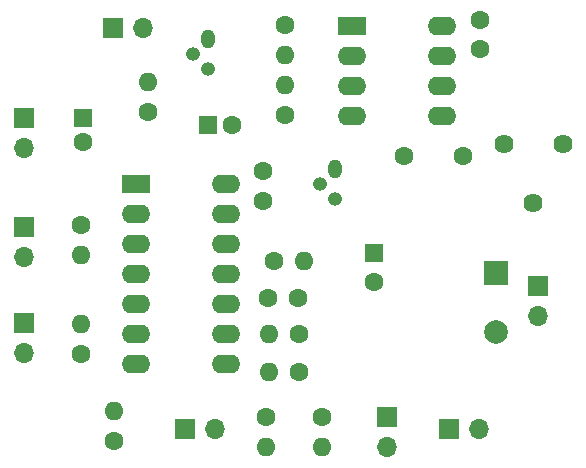
<source format=gbr>
%TF.GenerationSoftware,KiCad,Pcbnew,8.0.5*%
%TF.CreationDate,2024-10-07T08:20:55+01:00*%
%TF.ProjectId,GPS Rx PPS,47505320-5278-4205-9050-532e6b696361,0.1*%
%TF.SameCoordinates,Original*%
%TF.FileFunction,Soldermask,Bot*%
%TF.FilePolarity,Negative*%
%FSLAX46Y46*%
G04 Gerber Fmt 4.6, Leading zero omitted, Abs format (unit mm)*
G04 Created by KiCad (PCBNEW 8.0.5) date 2024-10-07 08:20:55*
%MOMM*%
%LPD*%
G01*
G04 APERTURE LIST*
%ADD10R,1.700000X1.700000*%
%ADD11O,1.700000X1.700000*%
%ADD12C,1.600000*%
%ADD13O,1.600000X1.600000*%
%ADD14O,1.200000X1.600000*%
%ADD15O,1.200000X1.200000*%
%ADD16R,1.600000X1.600000*%
%ADD17C,1.620000*%
%ADD18R,2.000000X2.000000*%
%ADD19C,2.000000*%
%ADD20R,2.400000X1.600000*%
%ADD21O,2.400000X1.600000*%
G04 APERTURE END LIST*
D10*
%TO.C,CON2*%
X122600000Y-99300000D03*
D11*
X122600000Y-101840000D03*
%TD*%
D10*
%TO.C,CON3*%
X122600000Y-107500000D03*
D11*
X122600000Y-110040000D03*
%TD*%
D12*
%TO.C,R6*%
X145845000Y-108400000D03*
D13*
X143305000Y-108400000D03*
%TD*%
D14*
%TO.C,Q2*%
X148915276Y-94414724D03*
D15*
X147645276Y-95684724D03*
X148915276Y-96954724D03*
%TD*%
D12*
%TO.C,R4*%
X127400000Y-110045000D03*
D13*
X127400000Y-107505000D03*
%TD*%
D16*
%TO.C,C1*%
X127600000Y-90100000D03*
D12*
X127600000Y-92100000D03*
%TD*%
%TO.C,R9*%
X145845000Y-111600000D03*
D13*
X143305000Y-111600000D03*
%TD*%
D10*
%TO.C,CON1*%
X122600000Y-90100000D03*
D11*
X122600000Y-92640000D03*
%TD*%
D10*
%TO.C,J1*%
X153300000Y-115400000D03*
D11*
X153300000Y-117940000D03*
%TD*%
D12*
%TO.C,R10*%
X143100000Y-115400000D03*
D13*
X143100000Y-117940000D03*
%TD*%
D10*
%TO.C,CON4*%
X130100000Y-82500000D03*
D11*
X132640000Y-82500000D03*
%TD*%
D17*
%TO.C,RV1*%
X163200000Y-92300000D03*
X165700000Y-97300000D03*
X168200000Y-92300000D03*
%TD*%
D16*
%TO.C,C7*%
X152200000Y-101500000D03*
D12*
X152200000Y-104000000D03*
%TD*%
%TO.C,R5*%
X144700000Y-82255000D03*
D13*
X144700000Y-84795000D03*
%TD*%
D12*
%TO.C,R3*%
X144700000Y-89845000D03*
D13*
X144700000Y-87305000D03*
%TD*%
D16*
%TO.C,C4*%
X138200000Y-90700000D03*
D12*
X140200000Y-90700000D03*
%TD*%
%TO.C,R1*%
X127400000Y-99200000D03*
D13*
X127400000Y-101740000D03*
%TD*%
D12*
%TO.C,C5*%
X159800000Y-93300000D03*
X154800000Y-93300000D03*
%TD*%
%TO.C,C6*%
X145800000Y-105300000D03*
X143300000Y-105300000D03*
%TD*%
D18*
%TO.C,LS1*%
X162600000Y-103200000D03*
D19*
X162600000Y-108200000D03*
%TD*%
D12*
%TO.C,R2*%
X133100000Y-89600000D03*
D13*
X133100000Y-87060000D03*
%TD*%
D12*
%TO.C,C2*%
X142800000Y-94600000D03*
X142800000Y-97100000D03*
%TD*%
%TO.C,R11*%
X147800000Y-115400000D03*
D13*
X147800000Y-117940000D03*
%TD*%
D10*
%TO.C,CON5*%
X136225000Y-116400000D03*
D11*
X138765000Y-116400000D03*
%TD*%
D12*
%TO.C,R8*%
X130200000Y-117440000D03*
D13*
X130200000Y-114900000D03*
%TD*%
D15*
%TO.C,Q1*%
X138215276Y-85954724D03*
X136945276Y-84684724D03*
D14*
X138215276Y-83414724D03*
%TD*%
D10*
%TO.C,CON7*%
X166100000Y-104300000D03*
D11*
X166100000Y-106840000D03*
%TD*%
D12*
%TO.C,C3*%
X161200000Y-81800000D03*
X161200000Y-84300000D03*
%TD*%
%TO.C,R7*%
X143755000Y-102200000D03*
D13*
X146295000Y-102200000D03*
%TD*%
D10*
%TO.C,CON6*%
X158560000Y-116400000D03*
D11*
X161100000Y-116400000D03*
%TD*%
D20*
%TO.C,U1*%
X150375000Y-82300000D03*
D21*
X150375000Y-84840000D03*
X150375000Y-87380000D03*
X150375000Y-89920000D03*
X157995000Y-89920000D03*
X157995000Y-87380000D03*
X157995000Y-84840000D03*
X157995000Y-82300000D03*
%TD*%
D20*
%TO.C,U2*%
X132080000Y-95660000D03*
D21*
X132080000Y-98200000D03*
X132080000Y-100740000D03*
X132080000Y-103280000D03*
X132080000Y-105820000D03*
X132080000Y-108360000D03*
X132080000Y-110900000D03*
X139700000Y-110900000D03*
X139700000Y-108360000D03*
X139700000Y-105820000D03*
X139700000Y-103280000D03*
X139700000Y-100740000D03*
X139700000Y-98200000D03*
X139700000Y-95660000D03*
%TD*%
M02*

</source>
